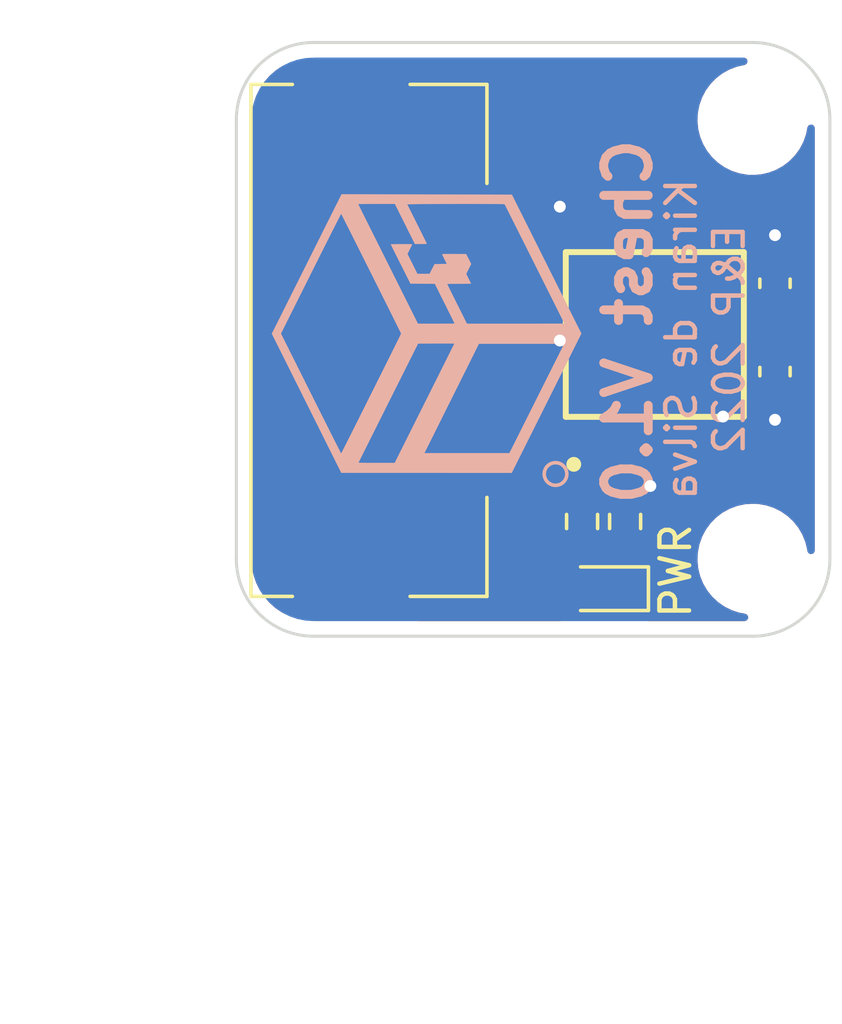
<source format=kicad_pcb>
(kicad_pcb (version 20211014) (generator pcbnew)
  (layers (0 "F.Cu" power) (31 "B.Cu" power) (34 "B.Paste" user) (35 "F.Paste" user) (36 "B.SilkS" user "B.Silkscreen") (37 "F.SilkS" user "F.Silkscreen") (38 "B.Mask" user) (39 "F.Mask" user) (44 "Edge.Cuts" user))
  (net 0 "")
  (net 1 "+3V3")
  (net 2 "GND")
  (net 3 "Net-(D1-Pad1)")
  (net 5 "/CS")
  (net 6 "/CLK")
  (net 7 "/MOSI")
  (net 8 "/MISO")
  (footprint "chest:SON127P800X600X95-8N" (layer "F.Cu") (at 121.1 88.835717 90)
    (fp_text reference "IC1" hide)
    (fp_text value "XTSD08GLGEAG" hide)
    (fp_line (start -2.775 3) (end -2.775 -3) (layer "F.SilkS") (width 0.2))
    (fp_line (start -2.775 -3) (end 2.775 -3) (layer "F.SilkS") (width 0.2))
    (fp_line (start 2.775 -3) (end 2.775 3) (layer "F.SilkS") (width 0.2))
    (fp_line (start 2.775 3) (end -2.775 3) (layer "F.SilkS") (width 0.2))
    (fp_circle (center -4.375 -2.73) (end -4.375 -2.605) (layer "F.SilkS") (width 0.25) (fill none))
    (pad "1" smd rect (at -3.75 -1.905 180) (size 0.65 1.25) (layers "F.Cu" "F.Paste" "F.Mask"))
    (pad "2" smd rect (at -3.75 -0.635 180) (size 0.65 1.25) (layers "F.Cu" "F.Paste" "F.Mask") (net 5 "/CS"))
    (pad "3" smd rect (at -3.75 0.635 180) (size 0.65 1.25) (layers "F.Cu" "F.Paste" "F.Mask") (net 6 "/CLK"))
    (pad "4" smd rect (at -3.75 1.905 180) (size 0.65 1.25) (layers "F.Cu" "F.Paste" "F.Mask") (net 2 "GND"))
    (pad "5" smd rect (at 3.75 1.905 180) (size 0.65 1.25) (layers "F.Cu" "F.Paste" "F.Mask") (net 7 "/MOSI"))
    (pad "6" smd rect (at 3.75 0.635 180) (size 0.65 1.25) (layers "F.Cu" "F.Paste" "F.Mask") (net 8 "/MISO"))
    (pad "7" smd rect (at 3.75 -0.635 180) (size 0.65 1.25) (layers "F.Cu" "F.Paste" "F.Mask"))
    (pad "8" smd rect (at 3.75 -1.905 180) (size 0.65 1.25) (layers "F.Cu" "F.Paste" "F.Mask") (net 1 "+3V3"))
  )
  (footprint "LED_SMD:LED_0603_1608Metric" (layer "F.Cu") (at 119.4 97.4 180)
    (fp_text reference "D1" hide)
    (fp_text value "PWR")
    (fp_line (start -1.485 0.735) (end 0.8 0.735) (layer "F.SilkS") (width 0.12))
    (fp_line (start -1.485 -0.735) (end -1.485 0.735) (layer "F.SilkS") (width 0.12))
    (fp_line (start 0.8 -0.735) (end -1.485 -0.735) (layer "F.SilkS") (width 0.12))
    (pad "1" smd roundrect (at -0.7875 0 180) (size 0.875 0.95) (layers "F.Cu" "F.Paste" "F.Mask") (net 3 "Net-(D1-Pad1)"))
    (pad "2" smd roundrect (at 0.7875 0 180) (size 0.875 0.95) (layers "F.Cu" "F.Paste" "F.Mask") (net 1 "+3V3"))
  )
  (footprint "MountingHole:MountingHole_2.7mm_M2.5_DIN965" (layer "F.Cu") (at 124.4 81.6)
    (fp_text reference "H1" hide)
    (fp_text value "MountingHole" hide)
    (pad "" np_thru_hole circle (at 0 0) (size 2.7 2.7) (drill 2.7) (layers *.Cu *.Mask))
  )
  (footprint "Resistor_SMD:R_0603_1608Metric" (layer "F.Cu") (at 118.65 95.135717 90)
    (fp_text reference "R2" hide)
    (fp_text value "10K")
    (fp_line (start -0.237258 0.5225) (end 0.237258 0.5225) (layer "F.SilkS") (width 0.12))
    (fp_line (start -0.237258 -0.5225) (end 0.237258 -0.5225) (layer "F.SilkS") (width 0.12))
    (pad "1" smd roundrect (at -0.825 0 90) (size 0.8 0.95) (layers "F.Cu" "F.Paste" "F.Mask") (net 1 "+3V3"))
    (pad "2" smd roundrect (at 0.825 0 90) (size 0.8 0.95) (layers "F.Cu" "F.Paste" "F.Mask") (net 5 "/CS"))
  )
  (footprint "Capacitor_SMD:C_0603_1608Metric" (layer "F.Cu") (at 125.15 87.110717 90)
    (fp_text reference "C2" hide)
    (fp_text value "100nF")
    (fp_line (start -0.14058 -0.51) (end 0.14058 -0.51) (layer "F.SilkS") (width 0.12))
    (fp_line (start -0.14058 0.51) (end 0.14058 0.51) (layer "F.SilkS") (width 0.12))
    (pad "1" smd roundrect (at -0.775 0 90) (size 0.9 0.95) (layers "F.Cu" "F.Paste" "F.Mask") (net 1 "+3V3"))
    (pad "2" smd roundrect (at 0.775 0 90) (size 0.9 0.95) (layers "F.Cu" "F.Paste" "F.Mask") (net 2 "GND"))
  )
  (footprint "Resistor_SMD:R_0603_1608Metric" (layer "F.Cu") (at 120.1 95.135717 -90)
    (fp_text reference "R1" hide)
    (fp_text value "470")
    (fp_line (start -0.237258 0.5225) (end 0.237258 0.5225) (layer "F.SilkS") (width 0.12))
    (fp_line (start -0.237258 -0.5225) (end 0.237258 -0.5225) (layer "F.SilkS") (width 0.12))
    (pad "1" smd roundrect (at -0.825 0 270) (size 0.8 0.95) (layers "F.Cu" "F.Paste" "F.Mask") (net 2 "GND"))
    (pad "2" smd roundrect (at 0.825 0 270) (size 0.8 0.95) (layers "F.Cu" "F.Paste" "F.Mask") (net 3 "Net-(D1-Pad1)"))
  )
  (footprint "iclr:292227-7" (layer "F.Cu") (at 115.85 93.535717 90)
    (fp_text reference "J1" hide)
    (fp_text value "292227-7" hide)
    (fp_circle (center 0 1.905) (end 0.381 1.905) (layer "B.SilkS") (width 0.12) (fill none))
    (fp_line (start 9.789942 -0.4064) (end 13.123301 -0.4064) (layer "F.SilkS") (width 0.12))
    (fp_line (start 13.123301 -0.4064) (end 13.123301 -2.99466) (layer "F.SilkS") (width 0.12))
    (fp_line (start 13.123301 -6.96214) (end 13.123301 -8.3566) (layer "F.SilkS") (width 0.12))
    (fp_line (start -4.123299 -2.99466) (end -4.123299 -0.4064) (layer "F.SilkS") (width 0.12))
    (fp_line (start -4.123299 -0.4064) (end -0.78994 -0.4064) (layer "F.SilkS") (width 0.12))
    (fp_line (start 13.123301 -8.3566) (end -4.123299 -8.3566) (layer "F.SilkS") (width 0.12))
    (fp_line (start -4.123299 -8.3566) (end -4.123299 -6.96214) (layer "F.SilkS") (width 0.12))
    (pad "1" smd rect (at 0 0 90) (size 0.9144 3.302) (layers "F.Cu" "F.Paste" "F.Mask") (net 1 "+3V3"))
    (pad "2" smd rect (at 1.500002 0 90) (size 0.9144 3.302) (layers "F.Cu" "F.Paste" "F.Mask") (net 5 "/CS"))
    (pad "3" smd rect (at 3.000002 0 90) (size 0.9144 3.302) (layers "F.Cu" "F.Paste" "F.Mask") (net 7 "/MOSI"))
    (pad "4" smd rect (at 4.500001 0 90) (size 0.9144 3.302) (layers "F.Cu" "F.Paste" "F.Mask") (net 2 "GND"))
    (pad "5" smd rect (at 6.000001 0 90) (size 0.9144 3.302) (layers "F.Cu" "F.Paste" "F.Mask") (net 6 "/CLK"))
    (pad "6" smd rect (at 7.5 0 90) (size 0.9144 3.302) (layers "F.Cu" "F.Paste" "F.Mask") (net 8 "/MISO"))
    (pad "7" smd rect (at 9.000002 0 90) (size 0.9144 3.302) (layers "F.Cu" "F.Paste" "F.Mask") (net 2 "GND"))
    (pad "8" smd rect (at -3.500999 -4.9784 90) (size 2.413 3.302) (layers "F.Cu" "F.Paste" "F.Mask"))
    (pad "9" smd rect (at 12.501001 -4.9784 90) (size 2.413 3.302) (layers "F.Cu" "F.Paste" "F.Mask"))
  )
  (footprint "Capacitor_SMD:C_0603_1608Metric" (layer "F.Cu") (at 125.15 90.085717 -90)
    (fp_text reference "C1" hide)
    (fp_text value "10uF")
    (fp_line (start -0.14058 0.51) (end 0.14058 0.51) (layer "F.SilkS") (width 0.12))
    (fp_line (start -0.14058 -0.51) (end 0.14058 -0.51) (layer "F.SilkS") (width 0.12))
    (pad "1" smd roundrect (at -0.775 0 270) (size 0.9 0.95) (layers "F.Cu" "F.Paste" "F.Mask") (net 1 "+3V3"))
    (pad "2" smd roundrect (at 0.775 0 270) (size 0.9 0.95) (layers "F.Cu" "F.Paste" "F.Mask") (net 2 "GND"))
  )
  (footprint "MountingHole:MountingHole_2.7mm_M2.5_DIN965" (layer "F.Cu") (at 124.4 96.4)
    (fp_text reference "H2" hide)
    (fp_text value "MountingHole" hide)
    (pad "" np_thru_hole circle (at 0 0) (size 2.7 2.7) (drill 2.7) (layers *.Cu *.Mask))
  )
  (footprint "chest:mc_chest" (layer "B.Cu") (at 113.4 88.8 -90)
    (fp_text reference "G***" hide)
    (fp_text value "LOGO" hide)
    (fp_poly (pts (xy 2.354167 4.036565) (xy 4.698363 2.866129) (xy 4.699181 -0.007498) (xy 4.7 -2.881125) (xy 0.005 -5.227895) (xy -2.335 -4.057387) (xy -2.538349 -3.95567) (xy -2.736989 -3.856309) (xy -2.930181 -3.759674) (xy -3.117183 -3.666137) (xy -3.297255 -3.576068) (xy -3.469656 -3.489837) (xy -3.633646 -3.407815) (xy -3.788483 -3.330372) (xy -3.933426 -3.257879) (xy -4.067735 -3.190706) (xy -4.190669 -3.129224) (xy -4.301488 -3.073803) (xy -4.39945 -3.024814) (xy -4.483814 -2.982627) (xy -4.553841 -2.947613) (xy -4.608789 -2.920142) (xy -4.647917 -2.900585) (xy -4.670484 -2.889312) (xy -4.676117 -2.886508) (xy -4.676232 -2.876605) (xy -4.676389 -2.847484) (xy -4.676586 -2.799937) (xy -4.67682 -2.734755) (xy -4.67709 -2.652727) (xy -4.677393 -2.554646) (xy -4.677728 -2.441301) (xy -4.678092 -2.313483) (xy -4.678483 -2.171983) (xy -4.678899 -2.017591) (xy -4.679338 -1.851099) (xy -4.679797 -1.673297) (xy -4.680275 -1.484976) (xy -4.68077 -1.286926) (xy -4.681279 -1.079939) (xy -4.6818 -0.864804) (xy -4.682331 -0.642314) (xy -4.682871 -0.413257) (xy -4.683416 -0.178426) (xy -4.683791 -0.015005) (xy -4.686248 1.060398) (xy -4.360001 1.060398) (xy -3.685001 0.72281) (xy -3.010001 0.385221) (xy -3.010001 0.182607) (xy -3.010486 0.108127) (xy -3.011909 0.04963) (xy -3.014213 0.008198) (xy -3.017347 -0.015086) (xy -3.02003 -0.020007) (xy -3.030394 -0.015638) (xy -3.05721 -0.002997) (xy -3.099058 0.017215) (xy -3.154513 0.044297) (xy -3.222153 0.077547) (xy -3.300556 0.116265) (xy -3.388298 0.159749) (xy -3.483958 0.207299) (xy -3.586111 0.258214) (xy -3.688433 0.309339) (xy -4.346807 0.638685) (xy -4.353386 0.331847) (xy -4.354206 0.283254) (xy -4.354998 0.216203) (xy -4.355753 0.132244) (xy -4.356468 0.032926) (xy -4.357134 -0.0802) (xy -4.357745 -0.205585) (xy -4.358297 -0.341678) (xy -4.358781 -0.486931) (xy -4.359192 -0.639792) (xy -4.359525 -0.798712) (xy -4.359771 -0.962142) (xy -4.359926 -1.128531) (xy -4.359983 -1.29633) (xy -4.359983 -1.301788) (xy -4.359951 -1.498879) (xy -4.359844 -1.676821) (xy -4.359653 -1.836474) (xy -4.359371 -1.978695) (xy -4.35899 -2.104345) (xy -4.358502 -2.214282) (xy -4.357898 -2.309364) (xy -4.357171 -2.390451) (xy -4.356312 -2.458403) (xy -4.355313 -2.514076) (xy -4.354167 -2.558332) (xy -4.352865 -2.592028) (xy -4.351399 -2.616024) (xy -4.349762 -2.631178) (xy -4.347944 -2.63835) (xy -4.347436 -2.639017) (xy -4.337882 -2.644053) (xy -4.311418 -2.65755) (xy -4.269024 -2.679017) (xy -4.211677 -2.707963) (xy -4.140357 -2.743899) (xy -4.05604 -2.786334) (xy -3.959706 -2.834778) (xy -3.852333 -2.888741) (xy -3.734899 -2.947732) (xy -3.608383 -3.01126) (xy -3.473762 -3.078837) (xy -3.332015 -3.149971) (xy -3.18412 -3.224172) (xy -3.031056 -3.30095) (xy -2.8738 -3.379815) (xy -2.713332 -3.460276) (xy -2.550628 -3.541843) (xy -2.386669 -3.624026) (xy -2.222431 -3.706334) (xy -2.058893 -3.788277) (xy -1.897034 -3.869365) (xy -1.737832 -3.949108) (xy -1.582264 -4.027015) (xy -1.43131 -4.102596) (xy -1.285948 -4.175361) (xy -1.147155 -4.244819) (xy -1.01591 -4.310481) (xy -0.893192 -4.371855) (xy -0.779978 -4.428452) (xy -0.677247 -4.479781) (xy -0.585978 -4.525353) (xy -0.507148 -4.564676) (xy -0.441736 -4.59726) (xy -0.39072 -4.622616) (xy -0.355078 -4.640252) (xy -0.335789 -4.649679) (xy -0.3325 -4.651188) (xy -0.332227 -4.64143) (xy -0.331962 -4.612709) (xy -0.331707 -4.566071) (xy -0.331463 -4.50256) (xy -0.331232 -4.423223) (xy -0.331017 -4.329105) (xy -0.330817 -4.221251) (xy -0.330636 -4.100706) (xy -0.330474 -3.968515) (xy -0.330333 -3.825725) (xy -0.330214 -3.673379) (xy -0.330121 -3.512524) (xy -0.330066 -3.376387) (xy 0.35051 -3.376387) (xy 0.350529 -3.538446) (xy 0.350601 -3.693821) (xy 0.350722 -3.841392) (xy 0.35089 -3.980041) (xy 0.351103 -4.108649) (xy 0.351358 -4.226097) (xy 0.351651 -4.331265) (xy 0.351981 -4.423034) (xy 0.352344 -4.500286) (xy 0.352738 -4.561902) (xy 0.35316 -4.606762) (xy 0.353608 -4.633747) (xy 0.354033 -4.641827) (xy 0.363782 -4.637502) (xy 0.388507 -4.625464) (xy 0.425378 -4.607121) (xy 0.47157 -4.58388) (xy 0.524255 -4.557147) (xy 0.526533 -4.555986) (xy 0.553028 -4.542563) (xy 0.59641 -4.520686) (xy 0.655679 -4.490856) (xy 0.729837 -4.453573) (xy 0.817884 -4.40934) (xy 0.918823 -4.358657) (xy 1.031653 -4.302026) (xy 1.155378 -4.239946) (xy 1.288997 -4.172921) (xy 1.431512 -4.101449) (xy 1.581925 -4.026033) (xy 1.739235 -3.947174) (xy 1.902446 -3.865373) (xy 2.070558 -3.781131) (xy 2.242572 -3.694948) (xy 2.3625 -3.634871) (xy 4.03 -2.799596) (xy 4.03 0.059236) (xy 2.190547 -0.858232) (xy 0.351094 -1.775699) (xy 0.350547 -3.208763) (xy 0.35051 -3.376387) (xy -0.330066 -3.376387) (xy -0.330053 -3.344205) (xy -0.330012 -3.169467) (xy -0.33 -3.0112) (xy -0.33 -1.370569) (xy -0.989971 -1.040424) (xy -1.097131 -0.986885) (xy -1.199156 -0.936039) (xy -1.294627 -0.888588) (xy -1.382121 -0.845231) (xy -1.460218 -0.806669) (xy -1.527497 -0.773602) (xy -1.582538 -0.74673) (xy -1.623918 -0.726752) (xy -1.650218 -0.714371) (xy -1.659971 -0.710279) (xy -1.662785 -0.720215) (xy -1.665152 -0.749763) (xy -1.667062 -0.79853) (xy -1.668504 -0.866125) (xy -1.669469 -0.952157) (xy -1.669947 -1.056233) (xy -1.67 -1.110437) (xy -1.670124 -1.197711) (xy -1.670476 -1.27842) (xy -1.67103 -1.350449) (xy -1.671759 -1.411678) (xy -1.672635 -1.459991) (xy -1.673631 -1.493269) (xy -1.674721 -1.509394) (xy -1.675118 -1.510594) (xy -1.685271 -1.506327) (xy -1.710357 -1.49447) (xy -1.747451 -1.476446) (xy -1.793628 -1.453674) (xy -1.842329 -1.429397) (xy -2.004422 -1.348199) (xy -2.340566 -1.515407) (xy -2.675 -1.345529) (xy -2.677613 -0.937869) (xy -2.678087 -0.826404) (xy -2.677983 -0.731838) (xy -2.677311 -0.654724) (xy -2.67608 -0.595619) (xy -2.6743 -0.555078) (xy -2.67198 -0.533655) (xy -2.670367 -0.530208) (xy -2.658611 -0.534494) (xy -2.632101 -0.546383) (xy -2.593915 -0.564424) (xy -2.547134 -0.587167) (xy -2.502755 -0.609189) (xy -2.345 -0.68817) (xy -2.335 -0.275108) (xy -2.1725 -0.192334) (xy -2.01 -0.109559) (xy -2.01 0.298539) (xy -2.343898 0.465005) (xy -2.677795 0.631471) (xy -2.83878 0.550828) (xy -2.89061 0.525001) (xy -2.936079 0.5026) (xy -2.972252 0.485053) (xy -2.996192 0.473783) (xy -3.004883 0.470186) (xy -3.006049 0.47982) (xy -3.007123 0.507245) (xy -3.008071 0.550245) (xy -3.008865 0.606601) (xy -3.009471 0.674098) (xy -3.00986 0.750518) (xy -3.01 0.833645) (xy -3.01 0.835329) (xy -3.009803 0.918539) (xy -3.00924 0.995062) (xy -3.008357 1.062686) (xy -3.007199 1.119199) (xy -3.005813 1.162388) (xy -3.004244 1.190041) (xy -3.002537 1.199944) (xy -3.0025 1.199946) (xy -2.992566 1.195473) (xy -2.966183 1.182697) (xy -2.924765 1.162323) (xy -2.869723 1.135052) (xy -2.802469 1.10159) (xy -2.724413 1.062638) (xy -2.636969 1.018902) (xy -2.541548 0.971084) (xy -2.439562 0.919888) (xy -2.335 0.867315) (xy -1.675 0.535211) (xy -1.672392 0.12496) (xy -1.669783 -0.285291) (xy -1.004872 -0.617832) (xy -0.89744 -0.67153) (xy -0.795256 -0.72254) (xy -0.699724 -0.770167) (xy -0.612244 -0.813716) (xy -0.534219 -0.852489) (xy -0.467051 -0.885792) (xy -0.412142 -0.912928) (xy -0.370894 -0.933201) (xy -0.34471 -0.945914) (xy -0.334991 -0.950373) (xy -0.334981 -0.950374) (xy -0.334099 -0.940654) (xy -0.333267 -0.912635) (xy -0.332499 -0.868024) (xy -0.331809 -0.808528) (xy -0.331209 -0.735856) (xy -0.330715 -0.651716) (xy -0.33034 -0.557814) (xy -0.330304 -0.542903) (xy 0.341938 -0.542903) (xy 0.34202 -0.637074) (xy 0.342303 -0.721644) (xy 0.342776 -0.794895) (xy 0.343427 -0.855108) (xy 0.344246 -0.900565) (xy 0.345221 -0.929548) (xy 0.34634 -0.940338) (xy 0.346407 -0.94037) (xy 0.355838 -0.935957) (xy 0.382348 -0.922987) (xy 0.425135 -0.901859) (xy 0.483395 -0.872975) (xy 0.556326 -0.836736) (xy 0.643123 -0.793541) (xy 0.742984 -0.743793) (xy 0.855105 -0.687891) (xy 0.978683 -0.626238) (xy 1.112916 -0.559232) (xy 1.256999 -0.487276) (xy 1.410129 -0.410769) (xy 1.571503 -0.330113) (xy 1.740319 -0.245709) (xy 1.915772 -0.157957) (xy 2.097059 -0.067259) (xy 2.283377 0.025986) (xy 2.356372 0.062525) (xy 4.359775 1.06542) (xy 4.359887 1.673159) (xy 4.359787 1.781359) (xy 4.35946 1.88338) (xy 4.358928 1.977504) (xy 4.35821 2.062016) (xy 4.357328 2.1352) (xy 4.356303 2.19534) (xy 4.355156 2.240718) (xy 4.353907 2.269618) (xy 4.352577 2.280325) (xy 4.3525 2.280352) (xy 4.342982 2.275884) (xy 4.316389 2.26285) (xy 4.273526 2.241653) (xy 4.215196 2.212695) (xy 4.142204 2.176376) (xy 4.055353 2.1331) (xy 3.955449 2.083266) (xy 3.843294 2.027279) (xy 3.719694 1.965538) (xy 3.585453 1.898446) (xy 3.441374 1.826404) (xy 3.288261 1.749815) (xy 3.12692 1.669079) (xy 2.958154 1.584599) (xy 2.782767 1.496777) (xy 2.601563 1.406014) (xy 2.415347 1.312712) (xy 2.345 1.277457) (xy 0.345 0.275109) (xy 0.342422 -0.332631) (xy 0.342068 -0.440849) (xy 0.341938 -0.542903) (xy -0.330304 -0.542903) (xy -0.330097 -0.45586) (xy -0.330002 -0.347561) (xy -0.33 -0.335136) (xy -0.33 0.280101) (xy -2.339991 1.285502) (xy -2.528341 1.379704) (xy -2.711959 1.471517) (xy -2.890041 1.560542) (xy -3.061786 1.646377) (xy -3.226395 1.728624) (xy -3.383064 1.806883) (xy -3.530992 1.880753) (xy -3.66938 1.949835) (xy -3.797424 2.01373) (xy -3.914324 2.072036) (xy -4.019278 2.124355) (xy -4.111485 2.170287) (xy -4.190144 2.209431) (xy -4.254454 2.241389) (xy -4.303612 2.265759) (xy -4.336819 2.282143) (xy -4.353272 2.29014) (xy -4.354991 2.290902) (xy -4.355877 2.281183) (xy -4.356714 2.253164) (xy -4.357487 2.208552) (xy -4.358181 2.149057) (xy -4.358784 2.076384) (xy -4.359281 1.992243) (xy -4.359659 1.898342) (xy -4.359903 1.796387) (xy -4.359999 1.688087) (xy -4.360001 1.67565) (xy -4.360001 1.060398) (xy -4.686248 1.060398) (xy -4.69035 2.856125) (xy -4.665442 2.868583) (xy -4.023427 2.868583) (xy -4.014112 2.863346) (xy -3.987876 2.849668) (xy -3.945694 2.828039) (xy -3.888542 2.798949) (xy -3.817397 2.762884) (xy -3.733235 2.720335) (xy -3.637032 2.67179) (xy -3.529765 2.617737) (xy -3.41241 2.558666) (xy -3.285942 2.495065) (xy -3.151339 2.427424) (xy -3.009576 2.35623) (xy -2.861629 2.281972) (xy -2.708476 2.20514) (xy -2.551091 2.126221) (xy -2.390452 2.045706) (xy -2.227534 1.964082) (xy -2.063314 1.881838) (xy -1.898768 1.799464) (xy -1.734872 1.717447) (xy -1.572603 1.636276) (xy -1.412936 1.556441) (xy -1.256848 1.47843) (xy -1.105316 1.402732) (xy -0.959314 1.329835) (xy -0.819821 1.260229) (xy -0.687811 1.194401) (xy -0.564261 1.132842) (xy -0.450147 1.076039) (xy -0.346446 1.024481) (xy -0.254134 0.978658) (xy -0.174187 0.939057) (xy -0.10758 0.906168) (xy -0.055292 0.880479) (xy -0.018297 0.862479) (xy 0.002429 0.852657) (xy 0.006685 0.850889) (xy 0.016601 0.855248) (xy 0.043595 0.868166) (xy 0.086864 0.889241) (xy 0.145603 0.918073) (xy 0.219008 0.954264) (xy 0.306274 0.997413) (xy 0.406597 1.047121) (xy 0.519172 1.102987) (xy 0.643194 1.164612) (xy 0.77786 1.231595) (xy 0.922364 1.303538) (xy 1.075902 1.38004) (xy 1.23767 1.460701) (xy 1.406863 1.545122) (xy 1.582676 1.632902) (xy 1.764306 1.723642) (xy 1.950947 1.816942) (xy 2.029185 1.856069) (xy 2.217543 1.95031) (xy 2.401125 2.042224) (xy 2.579133 2.131408) (xy 2.750767 2.21746) (xy 2.915228 2.299977) (xy 3.071718 2.378556) (xy 3.219436 2.452796) (xy 3.357585 2.522294) (xy 3.485365 2.586646) (xy 3.601977 2.645451) (xy 3.706623 2.698306) (xy 3.798502 2.744809) (xy 3.876816 2.784557) (xy 3.940767 2.817148) (xy 3.989554 2.842178) (xy 4.022379 2.859246) (xy 4.038443 2.867949) (xy 4.04 2.869012) (xy 4.031185 2.874095) (xy 4.005274 2.887711) (xy 3.963063 2.90946) (xy 3.905351 2.938938) (xy 3.832936 2.975745) (xy 3.746614 3.019479) (xy 3.647184 3.069737) (xy 3.535443 3.126118) (xy 3.412189 3.18822) (xy 3.27822 3.255642) (xy 3.134333 3.32798) (xy 2.981326 3.404835) (xy 2.819998 3.485803) (xy 2.651145 3.570484) (xy 2.475565 3.658474) (xy 2.294056 3.749373) (xy 2.107416 3.842779) (xy 2.022434 3.885288) (xy 0.004868 4.894355) (xy -2.011842 3.885618) (xy -2.200418 3.791247) (xy -2.384178 3.699192) (xy -2.562327 3.609857) (xy -2.73407 3.523642) (xy -2.898611 3.44095) (xy -3.055155 3.362184) (xy -3.202907 3.287745) (xy -3.34107 3.218036) (xy -3.468851 3.153458) (xy -3.585453 3.094413) (xy -3.690082 3.041305) (xy -3.781941 2.994534) (xy -3.860236 2.954503) (xy -3.924171 2.921615) (xy -3.97295 2.89627) (xy -4.00578 2.878872) (xy -4.021863 2.869823) (xy -4.023427 2.868583) (xy -4.665442 2.868583) (xy -2.340189 4.031564) (xy 0.009971 5.207002)) (layer "B.SilkS") (width 0) (fill solid))
  )
  (gr_line (start 107 96.4) (end 107 81.6) (layer "Edge.Cuts") (width 0.1))
  (gr_line (start 109.6 79) (end 124.4 79) (layer "Edge.Cuts") (width 0.1))
  (gr_arc (start 107 81.6) (mid 107.761522 79.761522) (end 109.6 79) (layer "Edge.Cuts") (width 0.1))
  (gr_arc (start 124.4 79) (mid 126.238478 79.761522) (end 127 81.6) (layer "Edge.Cuts") (width 0.1))
  (gr_arc (start 127 96.4) (mid 126.238478 98.238478) (end 124.4 99) (layer "Edge.Cuts") (width 0.1))
  (gr_arc (start 109.6 99) (mid 107.761522 98.238478) (end 107 96.4) (layer "Edge.Cuts") (width 0.1))
  (gr_line (start 127 81.6) (end 127 96.4) (layer "Edge.Cuts") (width 0.1))
  (gr_line (start 124.4 99) (end 109.6 99) (layer "Edge.Cuts") (width 0.1))
  (gr_text "Chest V1.0" (at 120.2 88.4 90) (layer "B.SilkS") (effects (font (size 1.5 1.5) (thickness 0.3)) (justify mirror)))
  (gr_text "Kiran de Silva\nE&P 2022" (at 122.8 89 90) (layer "B.SilkS") (effects (font (size 1 1)) (justify mirror)))
  (gr_text "PWR" (at 121.8 96.8 90) (layer "F.SilkS") (effects (font (size 1 1))))
  (segment (start 125.15 89.310717) (end 125.15 87.885717) (width 0.25) (layer "F.Cu") (net 1))
  (segment (start 122.4 93.7) (end 121 95.1) (width 0.25) (layer "F.Cu") (net 1))
  (segment (start 125.15 89.310717) (end 124.3 90.160717) (width 0.25) (layer "F.Cu") (net 1))
  (segment (start 125.15 87.885717) (end 123.8 87.885717) (width 0.25) (layer "F.Cu") (net 1))
  (segment (start 124.3 90.160717) (end 124.3 93.2) (width 0.25) (layer "F.Cu") (net 1))
  (segment (start 119.195 85.414739) (end 119.195 85.085717) (width 0.25) (layer "F.Cu") (net 1))
  (segment (start 118.65 95.95) (end 118.65 95.960717) (width 0.25) (layer "F.Cu") (net 1))
  (segment (start 123.8 93.7) (end 122.4 93.7) (width 0.25) (layer "F.Cu") (net 1))
  (segment (start 121 95.1) (end 119.5 95.1) (width 0.25) (layer "F.Cu") (net 1))
  (segment (start 122.45 86.535717) (end 120.315978 86.535717) (width 0.25) (layer "F.Cu") (net 1))
  (segment (start 115.85 93.535717) (end 118.275 95.960717) (width 0.25) (layer "F.Cu") (net 1))
  (segment (start 123.8 87.885717) (end 122.45 86.535717) (width 0.25) (layer "F.Cu") (net 1))
  (segment (start 118.65 97.3625) (end 118.6125 97.4) (width 0.25) (layer "F.Cu") (net 1))
  (segment (start 124.3 93.2) (end 123.8 93.7) (width 0.25) (layer "F.Cu") (net 1))
  (segment (start 119.5 95.1) (end 118.65 95.95) (width 0.25) (layer "F.Cu") (net 1))
  (segment (start 118.65 95.960717) (end 118.65 97.3625) (width 0.25) (layer "F.Cu") (net 1))
  (segment (start 118.275 95.960717) (end 118.65 95.960717) (width 0.25) (layer "F.Cu") (net 1))
  (segment (start 120.315978 86.535717) (end 119.195 85.414739) (width 0.25) (layer "F.Cu") (net 1))
  (segment (start 123.005 91.995) (end 123.4 91.6) (width 0.25) (layer "F.Cu") (net 2))
  (segment (start 115.85 89.035716) (end 117.895716 89.035716) (width 0.25) (layer "F.Cu") (net 2))
  (segment (start 117.894285 84.535715) (end 117.9 84.53) (width 0.25) (layer "F.Cu") (net 2))
  (segment (start 123.005 92.585717) (end 123.005 91.995) (width 0.25) (layer "F.Cu") (net 2))
  (segment (start 120.579283 94.310717) (end 120.95 93.94) (width 0.25) (layer "F.Cu") (net 2))
  (segment (start 125.15 86.335717) (end 125.15 85.49) (width 0.25) (layer "F.Cu") (net 2))
  (segment (start 120.1 94.310717) (end 120.579283 94.310717) (width 0.25) (layer "F.Cu") (net 2))
  (segment (start 115.85 84.535715) (end 117.894285 84.535715) (width 0.25) (layer "F.Cu") (net 2))
  (segment (start 125.15 90.860717) (end 125.15 91.71) (width 0.25) (layer "F.Cu") (net 2))
  (segment (start 117.895716 89.035716) (end 117.9 89.04) (width 0.25) (layer "F.Cu") (net 2))
  (via (at 125.15 85.49) (size 0.8) (drill 0.4) (layers "F.Cu" "B.Cu") (net 2))
  (via (at 120.95 93.94) (size 0.8) (drill 0.4) (layers "F.Cu" "B.Cu") (net 2))
  (via (at 123.4 91.6) (size 0.8) (drill 0.4) (layers "F.Cu" "B.Cu") (net 2))
  (via (at 117.9 89.04) (size 0.8) (drill 0.4) (layers "F.Cu" "B.Cu") (net 2))
  (via (at 117.9 84.53) (size 0.8) (drill 0.4) (layers "F.Cu" "B.Cu") (net 2))
  (via (at 125.15 91.71) (size 0.8) (drill 0.4) (layers "F.Cu" "B.Cu") (net 2))
  (segment (start 120.1875 96.048217) (end 120.1 95.960717) (width 0.25) (layer "F.Cu") (net 3))
  (segment (start 120.1875 97.4) (end 120.1875 96.048217) (width 0.25) (layer "F.Cu") (net 3))
  (segment (start 119.37452 93.586197) (end 119.76452 93.586197) (width 0.25) (layer "F.Cu") (net 5))
  (segment (start 120.465 92.885717) (end 120.465 92.585717) (width 0.25) (layer "F.Cu") (net 5))
  (segment (start 119.76452 93.586197) (end 120.465 92.885717) (width 0.25) (layer "F.Cu") (net 5))
  (segment (start 118 92.991915) (end 118 93.660717) (width 0.25) (layer "F.Cu") (net 5))
  (segment (start 118 93.660717) (end 118.65 94.310717) (width 0.25) (layer "F.Cu") (net 5))
  (segment (start 117.0438 92.035715) (end 118 92.991915) (width 0.25) (layer "F.Cu") (net 5))
  (segment (start 118.65 94.310717) (end 119.37452 93.586197) (width 0.25) (layer "F.Cu") (net 5))
  (segment (start 115.85 92.035715) (end 117.0438 92.035715) (width 0.25) (layer "F.Cu") (net 5))
  (segment (start 118.332916 87.535716) (end 115.85 87.535716) (width 0.25) (layer "F.Cu") (net 6))
  (segment (start 121.735 89.435) (end 122.435 89.435) (width 0.25) (layer "F.Cu") (net 6))
  (segment (start 119.564284 87.185716) (end 119.564284 87.235716) (width 0.25) (layer "F.Cu") (net 6))
  (segment (start 118.664284 87.535716) (end 118.332916 87.535716) (width 0.25) (layer "F.Cu") (net 6))
  (segment (start 121.735 87.838488) (end 121.735 87.735) (width 0.25) (layer "F.Cu") (net 6))
  (segment (start 121.035 89.435) (end 121.735 89.435) (width 0.25) (layer "F.Cu") (net 6))
  (segment (start 122.435 90.035) (end 122.035 90.035) (width 0.25) (layer "F.Cu") (net 6))
  (segment (start 121.735 87.735) (end 121.535716 87.535716) (width 0.25) (layer "F.Cu") (net 6))
  (segment (start 121.535716 87.535716) (end 120.464284 87.535716) (width 0.25) (layer "F.Cu") (net 6))
  (segment (start 122.435 88.835) (end 122.035 88.835) (width 0.25) (layer "F.Cu") (net 6))
  (segment (start 119.564284 87.235716) (end 119.564284 88.235716) (width 0.25) (layer "F.Cu") (net 6))
  (segment (start 122.035 90.635) (end 122.435 90.635) (width 0.25) (layer "F.Cu") (net 6))
  (segment (start 122.035 90.035) (end 121.035 90.035) (width 0.25) (layer "F.Cu") (net 6))
  (segment (start 121.735 88.535) (end 121.735 87.838488) (width 0.25) (layer "F.Cu") (net 6))
  (segment (start 120.164284 87.235716) (end 120.164284 87.185716) (width 0.25) (layer "F.Cu") (net 6))
  (segment (start 118.964284 88.235716) (end 118.964284 87.835716) (width 0.25) (layer "F.Cu") (net 6))
  (segment (start 121.735 92.585717) (end 121.735 90.935) (width 0.25) (layer "F.Cu") (net 6))
  (arc (start 120.164284 87.185716) (mid 120.076416 86.973584) (end 119.864284 86.885716) (width 0.25) (layer "F.Cu") (net 6))
  (arc (start 120.464284 87.535716) (mid 120.252152 87.447848) (end 120.164284 87.235716) (width 0.25) (layer "F.Cu") (net 6))
  (arc (start 121.735 90.935) (mid 121.822868 90.722868) (end 122.035 90.635) (width 0.25) (layer "F.Cu") (net 6))
  (arc (start 118.964284 87.835716) (mid 118.876416 87.623584) (end 118.664284 87.535716) (width 0.25) (layer "F.Cu") (net 6))
  (arc (start 119.564284 88.235716) (mid 119.476416 88.447848) (end 119.264284 88.535716) (width 0.25) (layer "F.Cu") (net 6))
  (arc (start 121.035 90.035) (mid 120.822868 89.947132) (end 120.735 89.735) (width 0.25) (layer "F.Cu") (net 6))
  (arc (start 122.035 88.835) (mid 121.822868 88.747132) (end 121.735 88.535) (width 0.25) (layer "F.Cu") (net 6))
  (arc (start 119.264284 88.535716) (mid 119.052152 88.447848) (end 118.964284 88.235716) (width 0.25) (layer "F.Cu") (net 6))
  (arc (start 122.435 90.635) (mid 122.647132 90.547132) (end 122.735 90.335) (width 0.25) (layer "F.Cu") (net 6))
  (arc (start 120.735 89.735) (mid 120.822868 89.522868) (end 121.035 89.435) (width 0.25) (layer "F.Cu") (net 6))
  (arc (start 119.864284 86.885716) (mid 119.652152 86.973584) (end 119.564284 87.185716) (width 0.25) (layer "F.Cu") (net 6))
  (arc (start 122.735 90.335) (mid 122.647132 90.122868) (end 122.435 90.035) (width 0.25) (layer "F.Cu") (net 6))
  (arc (start 122.735 89.135) (mid 122.647132 88.922868) (end 122.435 88.835) (width 0.25) (layer "F.Cu") (net 6))
  (arc (start 122.435 89.435) (mid 122.647132 89.347132) (end 122.735 89.135) (width 0.25) (layer "F.Cu") (net 6))
  (segment (start 115.85 90.535715) (end 113.735715 90.535715) (width 0.25) (layer "F.Cu") (net 7))
  (segment (start 113.4 83.564283) (end 113.813803 83.15048) (width 0.25) (layer "F.Cu") (net 7))
  (segment (start 120.764503 83.15048) (end 121.750229 84.136206) (width 0.25) (layer "F.Cu") (net 7))
  (segment (start 123.005 84.756695) (end 123.005 85.085717) (width 0.25) (layer "F.Cu") (net 7))
  (segment (start 113.735715 90.535715) (end 113.4 90.2) (width 0.25) (layer "F.Cu") (net 7))
  (segment (start 113.813803 83.15048) (end 120.764503 83.15048) (width 0.25) (layer "F.Cu") (net 7))
  (segment (start 122.384511 84.136206) (end 123.005 84.756695) (width 0.25) (layer "F.Cu") (net 7))
  (segment (start 113.4 90.2) (end 113.4 83.564283) (width 0.25) (layer "F.Cu") (net 7))
  (segment (start 121.750229 84.136206) (end 122.384511 84.136206) (width 0.25) (layer "F.Cu") (net 7))
  (segment (start 115.85 86.035717) (end 114.6562 86.035717) (width 0.25) (layer "F.Cu") (net 8))
  (segment (start 114.2 83.6) (end 120.578305 83.6) (width 0.25) (layer "F.Cu") (net 8))
  (segment (start 114.6562 86.035717) (end 113.874489 85.254006) (width 0.25) (layer "F.Cu") (net 8))
  (segment (start 120.578305 83.6) (end 121.735 84.756695) (width 0.25) (layer "F.Cu") (net 8))
  (segment (start 113.874489 83.925511) (end 114.2 83.6) (width 0.25) (layer "F.Cu") (net 8))
  (segment (start 121.735 84.756695) (end 121.735 85.085717) (width 0.25) (layer "F.Cu") (net 8))
  (segment (start 113.874489 85.254006) (end 113.874489 83.925511) (width 0.25) (layer "F.Cu") (net 8))
  (zone (net 2) (net_name "GND") (layer "F.Cu") (connect_pads (clearance 0.508)) (min_thickness 0.254) (fill yes (thermal_gap 0.508) (thermal_bridge_width 0.508))
    (polygon (pts (xy 127 99) (xy 107 99) (xy 107 79) (xy 127 79)))
  )
  (zone (net 2) (net_name "GND") (layer "B.Cu") (connect_pads (clearance 0.508)) (min_thickness 0.254) (fill yes (thermal_gap 0.508) (thermal_bridge_width 0.508))
    (polygon (pts (xy 127 99) (xy 107 99) (xy 107 79) (xy 127 79)))
  )
)
</source>
